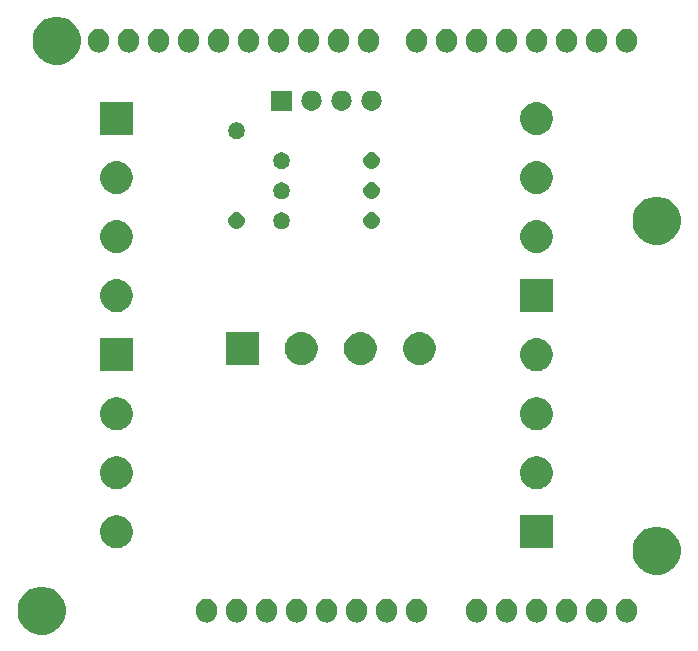
<source format=gbr>
%TF.GenerationSoftware,KiCad,Pcbnew,(5.0.2)-1*%
%TF.CreationDate,2019-01-10T22:37:42-06:00*%
%TF.ProjectId,ArduinoShield,41726475-696e-46f5-9368-69656c642e6b,rev?*%
%TF.SameCoordinates,PX69db1f0PY7882d48*%
%TF.FileFunction,Soldermask,Bot*%
%TF.FilePolarity,Negative*%
%FSLAX46Y46*%
G04 Gerber Fmt 4.6, Leading zero omitted, Abs format (unit mm)*
G04 Created by KiCad (PCBNEW (5.0.2)-1) date 1/10/2019 10:37:42 PM*
%MOMM*%
%LPD*%
G01*
G04 APERTURE LIST*
%ADD10C,0.150000*%
G04 APERTURE END LIST*
D10*
G36*
X14562712Y4493912D02*
X14932510Y4340737D01*
X14932513Y4340735D01*
X15265325Y4118357D01*
X15548357Y3835325D01*
X15732204Y3560178D01*
X15770737Y3502510D01*
X15923912Y3132712D01*
X16002000Y2740136D01*
X16002000Y2339864D01*
X15923912Y1947288D01*
X15770737Y1577490D01*
X15770735Y1577487D01*
X15548357Y1244675D01*
X15265325Y961643D01*
X14932513Y739265D01*
X14932510Y739263D01*
X14562712Y586088D01*
X14170136Y508000D01*
X13769864Y508000D01*
X13377288Y586088D01*
X13007490Y739263D01*
X13007487Y739265D01*
X12674675Y961643D01*
X12391643Y1244675D01*
X12169265Y1577487D01*
X12169263Y1577490D01*
X12016088Y1947288D01*
X11938000Y2339864D01*
X11938000Y2740136D01*
X12016088Y3132712D01*
X12169263Y3502510D01*
X12207796Y3560178D01*
X12391643Y3835325D01*
X12674675Y4118357D01*
X13007487Y4340735D01*
X13007490Y4340737D01*
X13377288Y4493912D01*
X13769864Y4572000D01*
X14170136Y4572000D01*
X14562712Y4493912D01*
X14562712Y4493912D01*
G37*
G36*
X28109294Y3543504D02*
X28229726Y3506971D01*
X28272087Y3494121D01*
X28422112Y3413932D01*
X28553612Y3306012D01*
X28661532Y3174512D01*
X28741721Y3024488D01*
X28754571Y2982127D01*
X28791104Y2861695D01*
X28791104Y2861693D01*
X28803600Y2734821D01*
X28803600Y2345180D01*
X28803076Y2339864D01*
X28791104Y2218306D01*
X28754571Y2097872D01*
X28741721Y2055512D01*
X28661532Y1905488D01*
X28553612Y1773988D01*
X28422112Y1666068D01*
X28272088Y1585879D01*
X28244433Y1577490D01*
X28109295Y1536496D01*
X27996432Y1525380D01*
X27940001Y1519822D01*
X27940000Y1519822D01*
X27770706Y1536496D01*
X27635568Y1577490D01*
X27607913Y1585879D01*
X27457889Y1666068D01*
X27367946Y1739883D01*
X27326388Y1773988D01*
X27218469Y1905488D01*
X27196127Y1947287D01*
X27138279Y2055512D01*
X27125429Y2097873D01*
X27088896Y2218305D01*
X27080565Y2302888D01*
X27076400Y2345179D01*
X27076400Y2734820D01*
X27088896Y2861692D01*
X27088896Y2861694D01*
X27138278Y3024483D01*
X27138279Y3024487D01*
X27218468Y3174512D01*
X27326388Y3306012D01*
X27457888Y3413932D01*
X27607912Y3494121D01*
X27650273Y3506971D01*
X27770705Y3543504D01*
X27883568Y3554620D01*
X27939999Y3560178D01*
X27940000Y3560178D01*
X28109294Y3543504D01*
X28109294Y3543504D01*
G37*
G36*
X50969294Y3543504D02*
X51089726Y3506971D01*
X51132087Y3494121D01*
X51282112Y3413932D01*
X51413612Y3306012D01*
X51521532Y3174512D01*
X51601721Y3024488D01*
X51614571Y2982127D01*
X51651104Y2861695D01*
X51651104Y2861693D01*
X51663600Y2734821D01*
X51663600Y2345180D01*
X51663076Y2339864D01*
X51651104Y2218306D01*
X51614571Y2097872D01*
X51601721Y2055512D01*
X51521532Y1905488D01*
X51413612Y1773988D01*
X51282112Y1666068D01*
X51132088Y1585879D01*
X51104433Y1577490D01*
X50969295Y1536496D01*
X50856432Y1525380D01*
X50800001Y1519822D01*
X50800000Y1519822D01*
X50630706Y1536496D01*
X50495568Y1577490D01*
X50467913Y1585879D01*
X50317889Y1666068D01*
X50227946Y1739883D01*
X50186388Y1773988D01*
X50078469Y1905488D01*
X50056127Y1947287D01*
X49998279Y2055512D01*
X49985429Y2097873D01*
X49948896Y2218305D01*
X49940565Y2302888D01*
X49936400Y2345179D01*
X49936400Y2734820D01*
X49948896Y2861692D01*
X49948896Y2861694D01*
X49998278Y3024483D01*
X49998279Y3024487D01*
X50078468Y3174512D01*
X50186388Y3306012D01*
X50317888Y3413932D01*
X50467912Y3494121D01*
X50510273Y3506971D01*
X50630705Y3543504D01*
X50743568Y3554620D01*
X50799999Y3560178D01*
X50800000Y3560178D01*
X50969294Y3543504D01*
X50969294Y3543504D01*
G37*
G36*
X53509294Y3543504D02*
X53629726Y3506971D01*
X53672087Y3494121D01*
X53822112Y3413932D01*
X53953612Y3306012D01*
X54061532Y3174512D01*
X54141721Y3024488D01*
X54154571Y2982127D01*
X54191104Y2861695D01*
X54191104Y2861693D01*
X54203600Y2734821D01*
X54203600Y2345180D01*
X54203076Y2339864D01*
X54191104Y2218306D01*
X54154571Y2097872D01*
X54141721Y2055512D01*
X54061532Y1905488D01*
X53953612Y1773988D01*
X53822112Y1666068D01*
X53672088Y1585879D01*
X53644433Y1577490D01*
X53509295Y1536496D01*
X53396432Y1525380D01*
X53340001Y1519822D01*
X53340000Y1519822D01*
X53170706Y1536496D01*
X53035568Y1577490D01*
X53007913Y1585879D01*
X52857889Y1666068D01*
X52767946Y1739883D01*
X52726388Y1773988D01*
X52618469Y1905488D01*
X52596127Y1947287D01*
X52538279Y2055512D01*
X52525429Y2097873D01*
X52488896Y2218305D01*
X52480565Y2302888D01*
X52476400Y2345179D01*
X52476400Y2734820D01*
X52488896Y2861692D01*
X52488896Y2861694D01*
X52538278Y3024483D01*
X52538279Y3024487D01*
X52618468Y3174512D01*
X52726388Y3306012D01*
X52857888Y3413932D01*
X53007912Y3494121D01*
X53050273Y3506971D01*
X53170705Y3543504D01*
X53283568Y3554620D01*
X53339999Y3560178D01*
X53340000Y3560178D01*
X53509294Y3543504D01*
X53509294Y3543504D01*
G37*
G36*
X56049294Y3543504D02*
X56169726Y3506971D01*
X56212087Y3494121D01*
X56362112Y3413932D01*
X56493612Y3306012D01*
X56601532Y3174512D01*
X56681721Y3024488D01*
X56694571Y2982127D01*
X56731104Y2861695D01*
X56731104Y2861693D01*
X56743600Y2734821D01*
X56743600Y2345180D01*
X56743076Y2339864D01*
X56731104Y2218306D01*
X56694571Y2097872D01*
X56681721Y2055512D01*
X56601532Y1905488D01*
X56493612Y1773988D01*
X56362112Y1666068D01*
X56212088Y1585879D01*
X56184433Y1577490D01*
X56049295Y1536496D01*
X55936432Y1525380D01*
X55880001Y1519822D01*
X55880000Y1519822D01*
X55710706Y1536496D01*
X55575568Y1577490D01*
X55547913Y1585879D01*
X55397889Y1666068D01*
X55307946Y1739883D01*
X55266388Y1773988D01*
X55158469Y1905488D01*
X55136127Y1947287D01*
X55078279Y2055512D01*
X55065429Y2097873D01*
X55028896Y2218305D01*
X55020565Y2302888D01*
X55016400Y2345179D01*
X55016400Y2734820D01*
X55028896Y2861692D01*
X55028896Y2861694D01*
X55078278Y3024483D01*
X55078279Y3024487D01*
X55158468Y3174512D01*
X55266388Y3306012D01*
X55397888Y3413932D01*
X55547912Y3494121D01*
X55590273Y3506971D01*
X55710705Y3543504D01*
X55823568Y3554620D01*
X55879999Y3560178D01*
X55880000Y3560178D01*
X56049294Y3543504D01*
X56049294Y3543504D01*
G37*
G36*
X58589294Y3543504D02*
X58709726Y3506971D01*
X58752087Y3494121D01*
X58902112Y3413932D01*
X59033612Y3306012D01*
X59141532Y3174512D01*
X59221721Y3024488D01*
X59234571Y2982127D01*
X59271104Y2861695D01*
X59271104Y2861693D01*
X59283600Y2734821D01*
X59283600Y2345180D01*
X59283076Y2339864D01*
X59271104Y2218306D01*
X59234571Y2097872D01*
X59221721Y2055512D01*
X59141532Y1905488D01*
X59033612Y1773988D01*
X58902112Y1666068D01*
X58752088Y1585879D01*
X58724433Y1577490D01*
X58589295Y1536496D01*
X58476432Y1525380D01*
X58420001Y1519822D01*
X58420000Y1519822D01*
X58250706Y1536496D01*
X58115568Y1577490D01*
X58087913Y1585879D01*
X57937889Y1666068D01*
X57847946Y1739883D01*
X57806388Y1773988D01*
X57698469Y1905488D01*
X57676127Y1947287D01*
X57618279Y2055512D01*
X57605429Y2097873D01*
X57568896Y2218305D01*
X57560565Y2302888D01*
X57556400Y2345179D01*
X57556400Y2734820D01*
X57568896Y2861692D01*
X57568896Y2861694D01*
X57618278Y3024483D01*
X57618279Y3024487D01*
X57698468Y3174512D01*
X57806388Y3306012D01*
X57937888Y3413932D01*
X58087912Y3494121D01*
X58130273Y3506971D01*
X58250705Y3543504D01*
X58363568Y3554620D01*
X58419999Y3560178D01*
X58420000Y3560178D01*
X58589294Y3543504D01*
X58589294Y3543504D01*
G37*
G36*
X61129294Y3543504D02*
X61249726Y3506971D01*
X61292087Y3494121D01*
X61442112Y3413932D01*
X61573612Y3306012D01*
X61681532Y3174512D01*
X61761721Y3024488D01*
X61774571Y2982127D01*
X61811104Y2861695D01*
X61811104Y2861693D01*
X61823600Y2734821D01*
X61823600Y2345180D01*
X61823076Y2339864D01*
X61811104Y2218306D01*
X61774571Y2097872D01*
X61761721Y2055512D01*
X61681532Y1905488D01*
X61573612Y1773988D01*
X61442112Y1666068D01*
X61292088Y1585879D01*
X61264433Y1577490D01*
X61129295Y1536496D01*
X61016432Y1525380D01*
X60960001Y1519822D01*
X60960000Y1519822D01*
X60790706Y1536496D01*
X60655568Y1577490D01*
X60627913Y1585879D01*
X60477889Y1666068D01*
X60387946Y1739883D01*
X60346388Y1773988D01*
X60238469Y1905488D01*
X60216127Y1947287D01*
X60158279Y2055512D01*
X60145429Y2097873D01*
X60108896Y2218305D01*
X60100565Y2302888D01*
X60096400Y2345179D01*
X60096400Y2734820D01*
X60108896Y2861692D01*
X60108896Y2861694D01*
X60158278Y3024483D01*
X60158279Y3024487D01*
X60238468Y3174512D01*
X60346388Y3306012D01*
X60477888Y3413932D01*
X60627912Y3494121D01*
X60670273Y3506971D01*
X60790705Y3543504D01*
X60903568Y3554620D01*
X60959999Y3560178D01*
X60960000Y3560178D01*
X61129294Y3543504D01*
X61129294Y3543504D01*
G37*
G36*
X63669294Y3543504D02*
X63789726Y3506971D01*
X63832087Y3494121D01*
X63982112Y3413932D01*
X64113612Y3306012D01*
X64221532Y3174512D01*
X64301721Y3024488D01*
X64314571Y2982127D01*
X64351104Y2861695D01*
X64351104Y2861693D01*
X64363600Y2734821D01*
X64363600Y2345180D01*
X64363076Y2339864D01*
X64351104Y2218306D01*
X64314571Y2097872D01*
X64301721Y2055512D01*
X64221532Y1905488D01*
X64113612Y1773988D01*
X63982112Y1666068D01*
X63832088Y1585879D01*
X63804433Y1577490D01*
X63669295Y1536496D01*
X63556432Y1525380D01*
X63500001Y1519822D01*
X63500000Y1519822D01*
X63330706Y1536496D01*
X63195568Y1577490D01*
X63167913Y1585879D01*
X63017889Y1666068D01*
X62927946Y1739883D01*
X62886388Y1773988D01*
X62778469Y1905488D01*
X62756127Y1947287D01*
X62698279Y2055512D01*
X62685429Y2097873D01*
X62648896Y2218305D01*
X62640565Y2302888D01*
X62636400Y2345179D01*
X62636400Y2734820D01*
X62648896Y2861692D01*
X62648896Y2861694D01*
X62698278Y3024483D01*
X62698279Y3024487D01*
X62778468Y3174512D01*
X62886388Y3306012D01*
X63017888Y3413932D01*
X63167912Y3494121D01*
X63210273Y3506971D01*
X63330705Y3543504D01*
X63443568Y3554620D01*
X63499999Y3560178D01*
X63500000Y3560178D01*
X63669294Y3543504D01*
X63669294Y3543504D01*
G37*
G36*
X43349294Y3543504D02*
X43469726Y3506971D01*
X43512087Y3494121D01*
X43662112Y3413932D01*
X43793612Y3306012D01*
X43901532Y3174512D01*
X43981721Y3024488D01*
X43994571Y2982127D01*
X44031104Y2861695D01*
X44031104Y2861693D01*
X44043600Y2734821D01*
X44043600Y2345180D01*
X44043076Y2339864D01*
X44031104Y2218306D01*
X43994571Y2097872D01*
X43981721Y2055512D01*
X43901532Y1905488D01*
X43793612Y1773988D01*
X43662112Y1666068D01*
X43512088Y1585879D01*
X43484433Y1577490D01*
X43349295Y1536496D01*
X43236432Y1525380D01*
X43180001Y1519822D01*
X43180000Y1519822D01*
X43010706Y1536496D01*
X42875568Y1577490D01*
X42847913Y1585879D01*
X42697889Y1666068D01*
X42607946Y1739883D01*
X42566388Y1773988D01*
X42458469Y1905488D01*
X42436127Y1947287D01*
X42378279Y2055512D01*
X42365429Y2097873D01*
X42328896Y2218305D01*
X42320565Y2302888D01*
X42316400Y2345179D01*
X42316400Y2734820D01*
X42328896Y2861692D01*
X42328896Y2861694D01*
X42378278Y3024483D01*
X42378279Y3024487D01*
X42458468Y3174512D01*
X42566388Y3306012D01*
X42697888Y3413932D01*
X42847912Y3494121D01*
X42890273Y3506971D01*
X43010705Y3543504D01*
X43123568Y3554620D01*
X43179999Y3560178D01*
X43180000Y3560178D01*
X43349294Y3543504D01*
X43349294Y3543504D01*
G37*
G36*
X40809294Y3543504D02*
X40929726Y3506971D01*
X40972087Y3494121D01*
X41122112Y3413932D01*
X41253612Y3306012D01*
X41361532Y3174512D01*
X41441721Y3024488D01*
X41454571Y2982127D01*
X41491104Y2861695D01*
X41491104Y2861693D01*
X41503600Y2734821D01*
X41503600Y2345180D01*
X41503076Y2339864D01*
X41491104Y2218306D01*
X41454571Y2097872D01*
X41441721Y2055512D01*
X41361532Y1905488D01*
X41253612Y1773988D01*
X41122112Y1666068D01*
X40972088Y1585879D01*
X40944433Y1577490D01*
X40809295Y1536496D01*
X40696432Y1525380D01*
X40640001Y1519822D01*
X40640000Y1519822D01*
X40470706Y1536496D01*
X40335568Y1577490D01*
X40307913Y1585879D01*
X40157889Y1666068D01*
X40067946Y1739883D01*
X40026388Y1773988D01*
X39918469Y1905488D01*
X39896127Y1947287D01*
X39838279Y2055512D01*
X39825429Y2097873D01*
X39788896Y2218305D01*
X39780565Y2302888D01*
X39776400Y2345179D01*
X39776400Y2734820D01*
X39788896Y2861692D01*
X39788896Y2861694D01*
X39838278Y3024483D01*
X39838279Y3024487D01*
X39918468Y3174512D01*
X40026388Y3306012D01*
X40157888Y3413932D01*
X40307912Y3494121D01*
X40350273Y3506971D01*
X40470705Y3543504D01*
X40583568Y3554620D01*
X40639999Y3560178D01*
X40640000Y3560178D01*
X40809294Y3543504D01*
X40809294Y3543504D01*
G37*
G36*
X38269294Y3543504D02*
X38389726Y3506971D01*
X38432087Y3494121D01*
X38582112Y3413932D01*
X38713612Y3306012D01*
X38821532Y3174512D01*
X38901721Y3024488D01*
X38914571Y2982127D01*
X38951104Y2861695D01*
X38951104Y2861693D01*
X38963600Y2734821D01*
X38963600Y2345180D01*
X38963076Y2339864D01*
X38951104Y2218306D01*
X38914571Y2097872D01*
X38901721Y2055512D01*
X38821532Y1905488D01*
X38713612Y1773988D01*
X38582112Y1666068D01*
X38432088Y1585879D01*
X38404433Y1577490D01*
X38269295Y1536496D01*
X38156432Y1525380D01*
X38100001Y1519822D01*
X38100000Y1519822D01*
X37930706Y1536496D01*
X37795568Y1577490D01*
X37767913Y1585879D01*
X37617889Y1666068D01*
X37527946Y1739883D01*
X37486388Y1773988D01*
X37378469Y1905488D01*
X37356127Y1947287D01*
X37298279Y2055512D01*
X37285429Y2097873D01*
X37248896Y2218305D01*
X37240565Y2302888D01*
X37236400Y2345179D01*
X37236400Y2734820D01*
X37248896Y2861692D01*
X37248896Y2861694D01*
X37298278Y3024483D01*
X37298279Y3024487D01*
X37378468Y3174512D01*
X37486388Y3306012D01*
X37617888Y3413932D01*
X37767912Y3494121D01*
X37810273Y3506971D01*
X37930705Y3543504D01*
X38043568Y3554620D01*
X38099999Y3560178D01*
X38100000Y3560178D01*
X38269294Y3543504D01*
X38269294Y3543504D01*
G37*
G36*
X35729294Y3543504D02*
X35849726Y3506971D01*
X35892087Y3494121D01*
X36042112Y3413932D01*
X36173612Y3306012D01*
X36281532Y3174512D01*
X36361721Y3024488D01*
X36374571Y2982127D01*
X36411104Y2861695D01*
X36411104Y2861693D01*
X36423600Y2734821D01*
X36423600Y2345180D01*
X36423076Y2339864D01*
X36411104Y2218306D01*
X36374571Y2097872D01*
X36361721Y2055512D01*
X36281532Y1905488D01*
X36173612Y1773988D01*
X36042112Y1666068D01*
X35892088Y1585879D01*
X35864433Y1577490D01*
X35729295Y1536496D01*
X35616432Y1525380D01*
X35560001Y1519822D01*
X35560000Y1519822D01*
X35390706Y1536496D01*
X35255568Y1577490D01*
X35227913Y1585879D01*
X35077889Y1666068D01*
X34987946Y1739883D01*
X34946388Y1773988D01*
X34838469Y1905488D01*
X34816127Y1947287D01*
X34758279Y2055512D01*
X34745429Y2097873D01*
X34708896Y2218305D01*
X34700565Y2302888D01*
X34696400Y2345179D01*
X34696400Y2734820D01*
X34708896Y2861692D01*
X34708896Y2861694D01*
X34758278Y3024483D01*
X34758279Y3024487D01*
X34838468Y3174512D01*
X34946388Y3306012D01*
X35077888Y3413932D01*
X35227912Y3494121D01*
X35270273Y3506971D01*
X35390705Y3543504D01*
X35503568Y3554620D01*
X35559999Y3560178D01*
X35560000Y3560178D01*
X35729294Y3543504D01*
X35729294Y3543504D01*
G37*
G36*
X33189294Y3543504D02*
X33309726Y3506971D01*
X33352087Y3494121D01*
X33502112Y3413932D01*
X33633612Y3306012D01*
X33741532Y3174512D01*
X33821721Y3024488D01*
X33834571Y2982127D01*
X33871104Y2861695D01*
X33871104Y2861693D01*
X33883600Y2734821D01*
X33883600Y2345180D01*
X33883076Y2339864D01*
X33871104Y2218306D01*
X33834571Y2097872D01*
X33821721Y2055512D01*
X33741532Y1905488D01*
X33633612Y1773988D01*
X33502112Y1666068D01*
X33352088Y1585879D01*
X33324433Y1577490D01*
X33189295Y1536496D01*
X33076432Y1525380D01*
X33020001Y1519822D01*
X33020000Y1519822D01*
X32850706Y1536496D01*
X32715568Y1577490D01*
X32687913Y1585879D01*
X32537889Y1666068D01*
X32447946Y1739883D01*
X32406388Y1773988D01*
X32298469Y1905488D01*
X32276127Y1947287D01*
X32218279Y2055512D01*
X32205429Y2097873D01*
X32168896Y2218305D01*
X32160565Y2302888D01*
X32156400Y2345179D01*
X32156400Y2734820D01*
X32168896Y2861692D01*
X32168896Y2861694D01*
X32218278Y3024483D01*
X32218279Y3024487D01*
X32298468Y3174512D01*
X32406388Y3306012D01*
X32537888Y3413932D01*
X32687912Y3494121D01*
X32730273Y3506971D01*
X32850705Y3543504D01*
X32963568Y3554620D01*
X33019999Y3560178D01*
X33020000Y3560178D01*
X33189294Y3543504D01*
X33189294Y3543504D01*
G37*
G36*
X30649294Y3543504D02*
X30769726Y3506971D01*
X30812087Y3494121D01*
X30962112Y3413932D01*
X31093612Y3306012D01*
X31201532Y3174512D01*
X31281721Y3024488D01*
X31294571Y2982127D01*
X31331104Y2861695D01*
X31331104Y2861693D01*
X31343600Y2734821D01*
X31343600Y2345180D01*
X31343076Y2339864D01*
X31331104Y2218306D01*
X31294571Y2097872D01*
X31281721Y2055512D01*
X31201532Y1905488D01*
X31093612Y1773988D01*
X30962112Y1666068D01*
X30812088Y1585879D01*
X30784433Y1577490D01*
X30649295Y1536496D01*
X30536432Y1525380D01*
X30480001Y1519822D01*
X30480000Y1519822D01*
X30310706Y1536496D01*
X30175568Y1577490D01*
X30147913Y1585879D01*
X29997889Y1666068D01*
X29907946Y1739883D01*
X29866388Y1773988D01*
X29758469Y1905488D01*
X29736127Y1947287D01*
X29678279Y2055512D01*
X29665429Y2097873D01*
X29628896Y2218305D01*
X29620565Y2302888D01*
X29616400Y2345179D01*
X29616400Y2734820D01*
X29628896Y2861692D01*
X29628896Y2861694D01*
X29678278Y3024483D01*
X29678279Y3024487D01*
X29758468Y3174512D01*
X29866388Y3306012D01*
X29997888Y3413932D01*
X30147912Y3494121D01*
X30190273Y3506971D01*
X30310705Y3543504D01*
X30423568Y3554620D01*
X30479999Y3560178D01*
X30480000Y3560178D01*
X30649294Y3543504D01*
X30649294Y3543504D01*
G37*
G36*
X45889294Y3543504D02*
X46009726Y3506971D01*
X46052087Y3494121D01*
X46202112Y3413932D01*
X46333612Y3306012D01*
X46441532Y3174512D01*
X46521721Y3024488D01*
X46534571Y2982127D01*
X46571104Y2861695D01*
X46571104Y2861693D01*
X46583600Y2734821D01*
X46583600Y2345180D01*
X46583076Y2339864D01*
X46571104Y2218306D01*
X46534571Y2097872D01*
X46521721Y2055512D01*
X46441532Y1905488D01*
X46333612Y1773988D01*
X46202112Y1666068D01*
X46052088Y1585879D01*
X46024433Y1577490D01*
X45889295Y1536496D01*
X45776432Y1525380D01*
X45720001Y1519822D01*
X45720000Y1519822D01*
X45550706Y1536496D01*
X45415568Y1577490D01*
X45387913Y1585879D01*
X45237889Y1666068D01*
X45147946Y1739883D01*
X45106388Y1773988D01*
X44998469Y1905488D01*
X44976127Y1947287D01*
X44918279Y2055512D01*
X44905429Y2097873D01*
X44868896Y2218305D01*
X44860565Y2302888D01*
X44856400Y2345179D01*
X44856400Y2734820D01*
X44868896Y2861692D01*
X44868896Y2861694D01*
X44918278Y3024483D01*
X44918279Y3024487D01*
X44998468Y3174512D01*
X45106388Y3306012D01*
X45237888Y3413932D01*
X45387912Y3494121D01*
X45430273Y3506971D01*
X45550705Y3543504D01*
X45663568Y3554620D01*
X45719999Y3560178D01*
X45720000Y3560178D01*
X45889294Y3543504D01*
X45889294Y3543504D01*
G37*
G36*
X66632712Y9573912D02*
X67002510Y9420737D01*
X67002513Y9420735D01*
X67335325Y9198357D01*
X67618357Y8915325D01*
X67694322Y8801635D01*
X67840737Y8582510D01*
X67993912Y8212712D01*
X68072000Y7820136D01*
X68072000Y7419864D01*
X67993912Y7027288D01*
X67840737Y6657490D01*
X67840735Y6657487D01*
X67618357Y6324675D01*
X67335325Y6041643D01*
X67002513Y5819265D01*
X67002510Y5819263D01*
X66632712Y5666088D01*
X66240136Y5588000D01*
X65839864Y5588000D01*
X65447288Y5666088D01*
X65077490Y5819263D01*
X65077487Y5819265D01*
X64744675Y6041643D01*
X64461643Y6324675D01*
X64239265Y6657487D01*
X64239263Y6657490D01*
X64086088Y7027288D01*
X64008000Y7419864D01*
X64008000Y7820136D01*
X64086088Y8212712D01*
X64239263Y8582510D01*
X64385678Y8801635D01*
X64461643Y8915325D01*
X64744675Y9198357D01*
X65077487Y9420735D01*
X65077490Y9420737D01*
X65447288Y9573912D01*
X65839864Y9652000D01*
X66240136Y9652000D01*
X66632712Y9573912D01*
X66632712Y9573912D01*
G37*
G36*
X20593127Y10583099D02*
X20728365Y10556199D01*
X20983149Y10450664D01*
X21209397Y10299489D01*
X21212451Y10297449D01*
X21407449Y10102451D01*
X21560665Y9873147D01*
X21666199Y9618364D01*
X21720000Y9347889D01*
X21720000Y9072111D01*
X21666199Y8801636D01*
X21560665Y8546853D01*
X21407449Y8317549D01*
X21212451Y8122551D01*
X21212448Y8122549D01*
X20983149Y7969336D01*
X20728365Y7863801D01*
X20593126Y7836900D01*
X20457889Y7810000D01*
X20182111Y7810000D01*
X20046874Y7836900D01*
X19911635Y7863801D01*
X19656851Y7969336D01*
X19427552Y8122549D01*
X19427549Y8122551D01*
X19232551Y8317549D01*
X19079335Y8546853D01*
X18973801Y8801636D01*
X18920000Y9072111D01*
X18920000Y9347889D01*
X18973801Y9618364D01*
X19079335Y9873147D01*
X19232551Y10102451D01*
X19427549Y10297449D01*
X19430603Y10299489D01*
X19656851Y10450664D01*
X19911635Y10556199D01*
X20046873Y10583099D01*
X20182111Y10610000D01*
X20457889Y10610000D01*
X20593127Y10583099D01*
X20593127Y10583099D01*
G37*
G36*
X57280000Y7810000D02*
X54480000Y7810000D01*
X54480000Y10610000D01*
X57280000Y10610000D01*
X57280000Y7810000D01*
X57280000Y7810000D01*
G37*
G36*
X20593126Y15583100D02*
X20728365Y15556199D01*
X20983149Y15450664D01*
X21209397Y15299489D01*
X21212451Y15297449D01*
X21407449Y15102451D01*
X21560665Y14873147D01*
X21666199Y14618364D01*
X21720000Y14347889D01*
X21720000Y14072111D01*
X21666199Y13801636D01*
X21560665Y13546853D01*
X21407449Y13317549D01*
X21212451Y13122551D01*
X21212448Y13122549D01*
X20983149Y12969336D01*
X20728365Y12863801D01*
X20593126Y12836900D01*
X20457889Y12810000D01*
X20182111Y12810000D01*
X20046874Y12836900D01*
X19911635Y12863801D01*
X19656851Y12969336D01*
X19427552Y13122549D01*
X19427549Y13122551D01*
X19232551Y13317549D01*
X19079335Y13546853D01*
X18973801Y13801636D01*
X18920000Y14072111D01*
X18920000Y14347889D01*
X18973801Y14618364D01*
X19079335Y14873147D01*
X19232551Y15102451D01*
X19427549Y15297449D01*
X19430603Y15299489D01*
X19656851Y15450664D01*
X19911635Y15556199D01*
X20046874Y15583100D01*
X20182111Y15610000D01*
X20457889Y15610000D01*
X20593126Y15583100D01*
X20593126Y15583100D01*
G37*
G36*
X56153126Y15583100D02*
X56288365Y15556199D01*
X56543149Y15450664D01*
X56769397Y15299489D01*
X56772451Y15297449D01*
X56967449Y15102451D01*
X57120665Y14873147D01*
X57226199Y14618364D01*
X57280000Y14347889D01*
X57280000Y14072111D01*
X57226199Y13801636D01*
X57120665Y13546853D01*
X56967449Y13317549D01*
X56772451Y13122551D01*
X56772448Y13122549D01*
X56543149Y12969336D01*
X56288365Y12863801D01*
X56153126Y12836900D01*
X56017889Y12810000D01*
X55742111Y12810000D01*
X55606874Y12836900D01*
X55471635Y12863801D01*
X55216851Y12969336D01*
X54987552Y13122549D01*
X54987549Y13122551D01*
X54792551Y13317549D01*
X54639335Y13546853D01*
X54533801Y13801636D01*
X54480000Y14072111D01*
X54480000Y14347889D01*
X54533801Y14618364D01*
X54639335Y14873147D01*
X54792551Y15102451D01*
X54987549Y15297449D01*
X54990603Y15299489D01*
X55216851Y15450664D01*
X55471635Y15556199D01*
X55606874Y15583100D01*
X55742111Y15610000D01*
X56017889Y15610000D01*
X56153126Y15583100D01*
X56153126Y15583100D01*
G37*
G36*
X20593127Y20583099D02*
X20728365Y20556199D01*
X20983149Y20450664D01*
X21209397Y20299489D01*
X21212451Y20297449D01*
X21407449Y20102451D01*
X21560665Y19873147D01*
X21666199Y19618364D01*
X21720000Y19347889D01*
X21720000Y19072111D01*
X21666199Y18801636D01*
X21560665Y18546853D01*
X21407449Y18317549D01*
X21212451Y18122551D01*
X21212448Y18122549D01*
X20983149Y17969336D01*
X20728365Y17863801D01*
X20593127Y17836901D01*
X20457889Y17810000D01*
X20182111Y17810000D01*
X20046873Y17836901D01*
X19911635Y17863801D01*
X19656851Y17969336D01*
X19427552Y18122549D01*
X19427549Y18122551D01*
X19232551Y18317549D01*
X19079335Y18546853D01*
X18973801Y18801636D01*
X18920000Y19072111D01*
X18920000Y19347889D01*
X18973801Y19618364D01*
X19079335Y19873147D01*
X19232551Y20102451D01*
X19427549Y20297449D01*
X19430603Y20299489D01*
X19656851Y20450664D01*
X19911635Y20556199D01*
X20046874Y20583100D01*
X20182111Y20610000D01*
X20457889Y20610000D01*
X20593127Y20583099D01*
X20593127Y20583099D01*
G37*
G36*
X56153127Y20583099D02*
X56288365Y20556199D01*
X56543149Y20450664D01*
X56769397Y20299489D01*
X56772451Y20297449D01*
X56967449Y20102451D01*
X57120665Y19873147D01*
X57226199Y19618364D01*
X57280000Y19347889D01*
X57280000Y19072111D01*
X57226199Y18801636D01*
X57120665Y18546853D01*
X56967449Y18317549D01*
X56772451Y18122551D01*
X56772448Y18122549D01*
X56543149Y17969336D01*
X56288365Y17863801D01*
X56153127Y17836901D01*
X56017889Y17810000D01*
X55742111Y17810000D01*
X55606873Y17836901D01*
X55471635Y17863801D01*
X55216851Y17969336D01*
X54987552Y18122549D01*
X54987549Y18122551D01*
X54792551Y18317549D01*
X54639335Y18546853D01*
X54533801Y18801636D01*
X54480000Y19072111D01*
X54480000Y19347889D01*
X54533801Y19618364D01*
X54639335Y19873147D01*
X54792551Y20102451D01*
X54987549Y20297449D01*
X54990603Y20299489D01*
X55216851Y20450664D01*
X55471635Y20556199D01*
X55606874Y20583100D01*
X55742111Y20610000D01*
X56017889Y20610000D01*
X56153127Y20583099D01*
X56153127Y20583099D01*
G37*
G36*
X56153126Y25583100D02*
X56288365Y25556199D01*
X56543149Y25450664D01*
X56769397Y25299489D01*
X56772451Y25297449D01*
X56967449Y25102451D01*
X56967451Y25102448D01*
X57120664Y24873149D01*
X57226199Y24618365D01*
X57280000Y24347888D01*
X57280000Y24072112D01*
X57232349Y23832551D01*
X57226199Y23801636D01*
X57120665Y23546853D01*
X56967449Y23317549D01*
X56772451Y23122551D01*
X56772448Y23122549D01*
X56543149Y22969336D01*
X56288365Y22863801D01*
X56153126Y22836900D01*
X56017889Y22810000D01*
X55742111Y22810000D01*
X55606873Y22836901D01*
X55471635Y22863801D01*
X55216851Y22969336D01*
X54987552Y23122549D01*
X54987549Y23122551D01*
X54792551Y23317549D01*
X54639335Y23546853D01*
X54533801Y23801636D01*
X54527652Y23832551D01*
X54480000Y24072112D01*
X54480000Y24347888D01*
X54533801Y24618365D01*
X54639336Y24873149D01*
X54792549Y25102448D01*
X54792551Y25102451D01*
X54987549Y25297449D01*
X54990603Y25299489D01*
X55216851Y25450664D01*
X55471635Y25556199D01*
X55606873Y25583099D01*
X55742111Y25610000D01*
X56017889Y25610000D01*
X56153126Y25583100D01*
X56153126Y25583100D01*
G37*
G36*
X21720000Y22810000D02*
X18920000Y22810000D01*
X18920000Y25610000D01*
X21720000Y25610000D01*
X21720000Y22810000D01*
X21720000Y22810000D01*
G37*
G36*
X41238127Y26098099D02*
X41373366Y26071198D01*
X41628150Y25965663D01*
X41854398Y25814488D01*
X41857452Y25812448D01*
X42052450Y25617450D01*
X42052452Y25617447D01*
X42205665Y25388148D01*
X42311200Y25133364D01*
X42338100Y24998126D01*
X42365001Y24862888D01*
X42365001Y24587110D01*
X42311200Y24316635D01*
X42205666Y24061852D01*
X42052450Y23832548D01*
X41857452Y23637550D01*
X41857449Y23637548D01*
X41628150Y23484335D01*
X41373366Y23378800D01*
X41238127Y23351899D01*
X41102890Y23324999D01*
X40827112Y23324999D01*
X40691875Y23351899D01*
X40556636Y23378800D01*
X40301852Y23484335D01*
X40072553Y23637548D01*
X40072550Y23637550D01*
X39877552Y23832548D01*
X39724336Y24061852D01*
X39618802Y24316635D01*
X39565001Y24587110D01*
X39565001Y24862888D01*
X39591901Y24998125D01*
X39618802Y25133364D01*
X39724337Y25388148D01*
X39877550Y25617447D01*
X39877552Y25617450D01*
X40072550Y25812448D01*
X40075604Y25814488D01*
X40301852Y25965663D01*
X40556636Y26071198D01*
X40691875Y26098099D01*
X40827112Y26124999D01*
X41102890Y26124999D01*
X41238127Y26098099D01*
X41238127Y26098099D01*
G37*
G36*
X36238127Y26098099D02*
X36373366Y26071198D01*
X36628150Y25965663D01*
X36854398Y25814488D01*
X36857452Y25812448D01*
X37052450Y25617450D01*
X37052452Y25617447D01*
X37205665Y25388148D01*
X37311200Y25133364D01*
X37338100Y24998126D01*
X37365001Y24862888D01*
X37365001Y24587110D01*
X37311200Y24316635D01*
X37205666Y24061852D01*
X37052450Y23832548D01*
X36857452Y23637550D01*
X36857449Y23637548D01*
X36628150Y23484335D01*
X36373366Y23378800D01*
X36238127Y23351899D01*
X36102890Y23324999D01*
X35827112Y23324999D01*
X35691875Y23351899D01*
X35556636Y23378800D01*
X35301852Y23484335D01*
X35072553Y23637548D01*
X35072550Y23637550D01*
X34877552Y23832548D01*
X34724336Y24061852D01*
X34618802Y24316635D01*
X34565001Y24587110D01*
X34565001Y24862888D01*
X34591901Y24998125D01*
X34618802Y25133364D01*
X34724337Y25388148D01*
X34877550Y25617447D01*
X34877552Y25617450D01*
X35072550Y25812448D01*
X35075604Y25814488D01*
X35301852Y25965663D01*
X35556636Y26071198D01*
X35691875Y26098099D01*
X35827112Y26124999D01*
X36102890Y26124999D01*
X36238127Y26098099D01*
X36238127Y26098099D01*
G37*
G36*
X32365001Y23324999D02*
X29565001Y23324999D01*
X29565001Y26124999D01*
X32365001Y26124999D01*
X32365001Y23324999D01*
X32365001Y23324999D01*
G37*
G36*
X46238127Y26098099D02*
X46373366Y26071198D01*
X46628150Y25965663D01*
X46854398Y25814488D01*
X46857452Y25812448D01*
X47052450Y25617450D01*
X47052452Y25617447D01*
X47205665Y25388148D01*
X47311200Y25133364D01*
X47338101Y24998125D01*
X47365001Y24862888D01*
X47365001Y24587110D01*
X47311200Y24316635D01*
X47205666Y24061852D01*
X47052450Y23832548D01*
X46857452Y23637550D01*
X46857449Y23637548D01*
X46628150Y23484335D01*
X46373366Y23378800D01*
X46238127Y23351899D01*
X46102890Y23324999D01*
X45827112Y23324999D01*
X45691875Y23351899D01*
X45556636Y23378800D01*
X45301852Y23484335D01*
X45072553Y23637548D01*
X45072550Y23637550D01*
X44877552Y23832548D01*
X44724336Y24061852D01*
X44618802Y24316635D01*
X44565001Y24587110D01*
X44565001Y24862888D01*
X44591901Y24998125D01*
X44618802Y25133364D01*
X44724337Y25388148D01*
X44877550Y25617447D01*
X44877552Y25617450D01*
X45072550Y25812448D01*
X45075604Y25814488D01*
X45301852Y25965663D01*
X45556636Y26071198D01*
X45691875Y26098099D01*
X45827112Y26124999D01*
X46102890Y26124999D01*
X46238127Y26098099D01*
X46238127Y26098099D01*
G37*
G36*
X20593126Y30583100D02*
X20728365Y30556199D01*
X20983149Y30450664D01*
X21209397Y30299489D01*
X21212451Y30297449D01*
X21407449Y30102451D01*
X21560665Y29873147D01*
X21666199Y29618364D01*
X21720000Y29347889D01*
X21720000Y29072111D01*
X21666199Y28801636D01*
X21560665Y28546853D01*
X21407449Y28317549D01*
X21212451Y28122551D01*
X21212448Y28122549D01*
X20983149Y27969336D01*
X20728365Y27863801D01*
X20593127Y27836901D01*
X20457889Y27810000D01*
X20182111Y27810000D01*
X20046873Y27836901D01*
X19911635Y27863801D01*
X19656851Y27969336D01*
X19427552Y28122549D01*
X19427549Y28122551D01*
X19232551Y28317549D01*
X19079335Y28546853D01*
X18973801Y28801636D01*
X18920000Y29072111D01*
X18920000Y29347889D01*
X18973801Y29618364D01*
X19079335Y29873147D01*
X19232551Y30102451D01*
X19427549Y30297449D01*
X19430603Y30299489D01*
X19656851Y30450664D01*
X19911635Y30556199D01*
X20046874Y30583100D01*
X20182111Y30610000D01*
X20457889Y30610000D01*
X20593126Y30583100D01*
X20593126Y30583100D01*
G37*
G36*
X57280000Y27810000D02*
X54480000Y27810000D01*
X54480000Y30610000D01*
X57280000Y30610000D01*
X57280000Y27810000D01*
X57280000Y27810000D01*
G37*
G36*
X56153126Y35583100D02*
X56288365Y35556199D01*
X56543149Y35450664D01*
X56685096Y35355818D01*
X56772451Y35297449D01*
X56967449Y35102451D01*
X56967451Y35102448D01*
X57052506Y34975155D01*
X57120665Y34873147D01*
X57151575Y34798523D01*
X57226199Y34618365D01*
X57280000Y34347888D01*
X57280000Y34072112D01*
X57226199Y33801635D01*
X57208648Y33759263D01*
X57120665Y33546853D01*
X56967449Y33317549D01*
X56772451Y33122551D01*
X56772448Y33122549D01*
X56543149Y32969336D01*
X56288365Y32863801D01*
X56153126Y32836900D01*
X56017889Y32810000D01*
X55742111Y32810000D01*
X55606874Y32836900D01*
X55471635Y32863801D01*
X55216851Y32969336D01*
X54987552Y33122549D01*
X54987549Y33122551D01*
X54792551Y33317549D01*
X54639335Y33546853D01*
X54551352Y33759263D01*
X54533801Y33801635D01*
X54480000Y34072112D01*
X54480000Y34347888D01*
X54533801Y34618365D01*
X54608425Y34798523D01*
X54639335Y34873147D01*
X54707495Y34975155D01*
X54792549Y35102448D01*
X54792551Y35102451D01*
X54987549Y35297449D01*
X55074904Y35355818D01*
X55216851Y35450664D01*
X55471635Y35556199D01*
X55606873Y35583099D01*
X55742111Y35610000D01*
X56017889Y35610000D01*
X56153126Y35583100D01*
X56153126Y35583100D01*
G37*
G36*
X20593126Y35583100D02*
X20728365Y35556199D01*
X20983149Y35450664D01*
X21125096Y35355818D01*
X21212451Y35297449D01*
X21407449Y35102451D01*
X21407451Y35102448D01*
X21492506Y34975155D01*
X21560665Y34873147D01*
X21591575Y34798523D01*
X21666199Y34618365D01*
X21720000Y34347888D01*
X21720000Y34072112D01*
X21666199Y33801635D01*
X21648648Y33759263D01*
X21560665Y33546853D01*
X21407449Y33317549D01*
X21212451Y33122551D01*
X21212448Y33122549D01*
X20983149Y32969336D01*
X20728365Y32863801D01*
X20593126Y32836900D01*
X20457889Y32810000D01*
X20182111Y32810000D01*
X20046874Y32836900D01*
X19911635Y32863801D01*
X19656851Y32969336D01*
X19427552Y33122549D01*
X19427549Y33122551D01*
X19232551Y33317549D01*
X19079335Y33546853D01*
X18991352Y33759263D01*
X18973801Y33801635D01*
X18920000Y34072112D01*
X18920000Y34347888D01*
X18973801Y34618365D01*
X19048425Y34798523D01*
X19079335Y34873147D01*
X19147495Y34975155D01*
X19232549Y35102448D01*
X19232551Y35102451D01*
X19427549Y35297449D01*
X19514904Y35355818D01*
X19656851Y35450664D01*
X19911635Y35556199D01*
X20046873Y35583099D01*
X20182111Y35610000D01*
X20457889Y35610000D01*
X20593126Y35583100D01*
X20593126Y35583100D01*
G37*
G36*
X66632712Y37513912D02*
X67002510Y37360737D01*
X67002513Y37360735D01*
X67335325Y37138357D01*
X67618357Y36855325D01*
X67840735Y36522513D01*
X67840737Y36522510D01*
X67993912Y36152712D01*
X68072000Y35760136D01*
X68072000Y35359864D01*
X67993912Y34967288D01*
X67840737Y34597490D01*
X67840735Y34597487D01*
X67618357Y34264675D01*
X67335325Y33981643D01*
X67065924Y33801635D01*
X67002510Y33759263D01*
X66632712Y33606088D01*
X66240136Y33528000D01*
X65839864Y33528000D01*
X65447288Y33606088D01*
X65077490Y33759263D01*
X65014076Y33801635D01*
X64744675Y33981643D01*
X64461643Y34264675D01*
X64239265Y34597487D01*
X64239263Y34597490D01*
X64086088Y34967288D01*
X64008000Y35359864D01*
X64008000Y35760136D01*
X64086088Y36152712D01*
X64239263Y36522510D01*
X64239265Y36522513D01*
X64461643Y36855325D01*
X64744675Y37138357D01*
X65077487Y37360735D01*
X65077490Y37360737D01*
X65447288Y37513912D01*
X65839864Y37592000D01*
X66240136Y37592000D01*
X66632712Y37513912D01*
X66632712Y37513912D01*
G37*
G36*
X34494183Y36233100D02*
X34621574Y36180332D01*
X34674685Y36144845D01*
X34736225Y36103725D01*
X34833725Y36006225D01*
X34910332Y35891574D01*
X34963100Y35764183D01*
X34990000Y35628945D01*
X34990000Y35491055D01*
X34963100Y35355817D01*
X34910332Y35228426D01*
X34833726Y35113776D01*
X34736224Y35016274D01*
X34662909Y34967287D01*
X34621574Y34939668D01*
X34494183Y34886900D01*
X34358945Y34860000D01*
X34221055Y34860000D01*
X34085817Y34886900D01*
X33958426Y34939668D01*
X33917091Y34967287D01*
X33843776Y35016274D01*
X33746274Y35113776D01*
X33669668Y35228426D01*
X33616900Y35355817D01*
X33590000Y35491055D01*
X33590000Y35628945D01*
X33616900Y35764183D01*
X33669668Y35891574D01*
X33746275Y36006225D01*
X33843775Y36103725D01*
X33905316Y36144845D01*
X33958426Y36180332D01*
X34085817Y36233100D01*
X34221055Y36260000D01*
X34358945Y36260000D01*
X34494183Y36233100D01*
X34494183Y36233100D01*
G37*
G36*
X42047224Y36249872D02*
X42179175Y36209845D01*
X42300781Y36144845D01*
X42407370Y36057370D01*
X42494845Y35950781D01*
X42559845Y35829175D01*
X42599872Y35697224D01*
X42613387Y35560000D01*
X42599872Y35422776D01*
X42559845Y35290825D01*
X42494845Y35169219D01*
X42407370Y35062630D01*
X42300781Y34975155D01*
X42179175Y34910155D01*
X42047224Y34870128D01*
X41944390Y34860000D01*
X41875610Y34860000D01*
X41772776Y34870128D01*
X41640825Y34910155D01*
X41519219Y34975155D01*
X41412630Y35062630D01*
X41325155Y35169219D01*
X41260155Y35290825D01*
X41220128Y35422776D01*
X41206613Y35560000D01*
X41220128Y35697224D01*
X41260155Y35829175D01*
X41325155Y35950781D01*
X41412630Y36057370D01*
X41519219Y36144845D01*
X41640825Y36209845D01*
X41772776Y36249872D01*
X41875610Y36260000D01*
X41944390Y36260000D01*
X42047224Y36249872D01*
X42047224Y36249872D01*
G37*
G36*
X30617224Y36249872D02*
X30749175Y36209845D01*
X30870781Y36144845D01*
X30977370Y36057370D01*
X31064845Y35950781D01*
X31129845Y35829175D01*
X31169872Y35697224D01*
X31183387Y35560000D01*
X31169872Y35422776D01*
X31129845Y35290825D01*
X31064845Y35169219D01*
X30977370Y35062630D01*
X30870781Y34975155D01*
X30749175Y34910155D01*
X30617224Y34870128D01*
X30514390Y34860000D01*
X30445610Y34860000D01*
X30342776Y34870128D01*
X30210825Y34910155D01*
X30089219Y34975155D01*
X29982630Y35062630D01*
X29895155Y35169219D01*
X29830155Y35290825D01*
X29790128Y35422776D01*
X29776613Y35560000D01*
X29790128Y35697224D01*
X29830155Y35829175D01*
X29895155Y35950781D01*
X29982630Y36057370D01*
X30089219Y36144845D01*
X30210825Y36209845D01*
X30342776Y36249872D01*
X30445610Y36260000D01*
X30514390Y36260000D01*
X30617224Y36249872D01*
X30617224Y36249872D01*
G37*
G36*
X34494183Y38773100D02*
X34621574Y38720332D01*
X34674685Y38684845D01*
X34736225Y38643725D01*
X34833725Y38546225D01*
X34910332Y38431574D01*
X34963100Y38304183D01*
X34990000Y38168945D01*
X34990000Y38031055D01*
X34963100Y37895817D01*
X34910332Y37768426D01*
X34833726Y37653776D01*
X34736224Y37556274D01*
X34672824Y37513912D01*
X34621574Y37479668D01*
X34494183Y37426900D01*
X34358945Y37400000D01*
X34221055Y37400000D01*
X34085817Y37426900D01*
X33958426Y37479668D01*
X33907176Y37513912D01*
X33843776Y37556274D01*
X33746274Y37653776D01*
X33669668Y37768426D01*
X33616900Y37895817D01*
X33590000Y38031055D01*
X33590000Y38168945D01*
X33616900Y38304183D01*
X33669668Y38431574D01*
X33746275Y38546225D01*
X33843775Y38643725D01*
X33905316Y38684845D01*
X33958426Y38720332D01*
X34085817Y38773100D01*
X34221055Y38800000D01*
X34358945Y38800000D01*
X34494183Y38773100D01*
X34494183Y38773100D01*
G37*
G36*
X42047224Y38789872D02*
X42179175Y38749845D01*
X42300781Y38684845D01*
X42407370Y38597370D01*
X42494845Y38490781D01*
X42559845Y38369175D01*
X42599872Y38237224D01*
X42613387Y38100000D01*
X42599872Y37962776D01*
X42559845Y37830825D01*
X42494845Y37709219D01*
X42407370Y37602630D01*
X42300781Y37515155D01*
X42179175Y37450155D01*
X42047224Y37410128D01*
X41944390Y37400000D01*
X41875610Y37400000D01*
X41772776Y37410128D01*
X41640825Y37450155D01*
X41519219Y37515155D01*
X41412630Y37602630D01*
X41325155Y37709219D01*
X41260155Y37830825D01*
X41220128Y37962776D01*
X41206613Y38100000D01*
X41220128Y38237224D01*
X41260155Y38369175D01*
X41325155Y38490781D01*
X41412630Y38597370D01*
X41519219Y38684845D01*
X41640825Y38749845D01*
X41772776Y38789872D01*
X41875610Y38800000D01*
X41944390Y38800000D01*
X42047224Y38789872D01*
X42047224Y38789872D01*
G37*
G36*
X56153127Y40583099D02*
X56288365Y40556199D01*
X56543149Y40450664D01*
X56565369Y40435817D01*
X56772451Y40297449D01*
X56967449Y40102451D01*
X56967451Y40102448D01*
X57120664Y39873149D01*
X57226199Y39618365D01*
X57280000Y39347888D01*
X57280000Y39072112D01*
X57226199Y38801635D01*
X57120664Y38546851D01*
X57120245Y38546224D01*
X56967449Y38317549D01*
X56772451Y38122551D01*
X56772448Y38122549D01*
X56543149Y37969336D01*
X56288365Y37863801D01*
X56153127Y37836901D01*
X56017889Y37810000D01*
X55742111Y37810000D01*
X55606874Y37836900D01*
X55471635Y37863801D01*
X55216851Y37969336D01*
X54987552Y38122549D01*
X54987549Y38122551D01*
X54792551Y38317549D01*
X54639755Y38546224D01*
X54639336Y38546851D01*
X54533801Y38801635D01*
X54480000Y39072112D01*
X54480000Y39347888D01*
X54533801Y39618365D01*
X54639336Y39873149D01*
X54792549Y40102448D01*
X54792551Y40102451D01*
X54987549Y40297449D01*
X55194631Y40435817D01*
X55216851Y40450664D01*
X55471635Y40556199D01*
X55606874Y40583100D01*
X55742111Y40610000D01*
X56017889Y40610000D01*
X56153127Y40583099D01*
X56153127Y40583099D01*
G37*
G36*
X20593127Y40583099D02*
X20728365Y40556199D01*
X20983149Y40450664D01*
X21005369Y40435817D01*
X21212451Y40297449D01*
X21407449Y40102451D01*
X21407451Y40102448D01*
X21560664Y39873149D01*
X21666199Y39618365D01*
X21720000Y39347888D01*
X21720000Y39072112D01*
X21666199Y38801635D01*
X21560664Y38546851D01*
X21560245Y38546224D01*
X21407449Y38317549D01*
X21212451Y38122551D01*
X21212448Y38122549D01*
X20983149Y37969336D01*
X20728365Y37863801D01*
X20593127Y37836901D01*
X20457889Y37810000D01*
X20182111Y37810000D01*
X20046874Y37836900D01*
X19911635Y37863801D01*
X19656851Y37969336D01*
X19427552Y38122549D01*
X19427549Y38122551D01*
X19232551Y38317549D01*
X19079755Y38546224D01*
X19079336Y38546851D01*
X18973801Y38801635D01*
X18920000Y39072112D01*
X18920000Y39347888D01*
X18973801Y39618365D01*
X19079336Y39873149D01*
X19232549Y40102448D01*
X19232551Y40102451D01*
X19427549Y40297449D01*
X19634631Y40435817D01*
X19656851Y40450664D01*
X19911635Y40556199D01*
X20046874Y40583100D01*
X20182111Y40610000D01*
X20457889Y40610000D01*
X20593127Y40583099D01*
X20593127Y40583099D01*
G37*
G36*
X42047224Y41329872D02*
X42179175Y41289845D01*
X42300781Y41224845D01*
X42407370Y41137370D01*
X42494845Y41030781D01*
X42559845Y40909175D01*
X42599872Y40777224D01*
X42613387Y40640000D01*
X42599872Y40502776D01*
X42559845Y40370825D01*
X42494845Y40249219D01*
X42407370Y40142630D01*
X42300781Y40055155D01*
X42179175Y39990155D01*
X42047224Y39950128D01*
X41944390Y39940000D01*
X41875610Y39940000D01*
X41772776Y39950128D01*
X41640825Y39990155D01*
X41519219Y40055155D01*
X41412630Y40142630D01*
X41325155Y40249219D01*
X41260155Y40370825D01*
X41220128Y40502776D01*
X41206613Y40640000D01*
X41220128Y40777224D01*
X41260155Y40909175D01*
X41325155Y41030781D01*
X41412630Y41137370D01*
X41519219Y41224845D01*
X41640825Y41289845D01*
X41772776Y41329872D01*
X41875610Y41340000D01*
X41944390Y41340000D01*
X42047224Y41329872D01*
X42047224Y41329872D01*
G37*
G36*
X34494183Y41313100D02*
X34621574Y41260332D01*
X34674685Y41224845D01*
X34736225Y41183725D01*
X34833725Y41086225D01*
X34910332Y40971574D01*
X34963100Y40844183D01*
X34990000Y40708945D01*
X34990000Y40571055D01*
X34963100Y40435817D01*
X34910332Y40308426D01*
X34833726Y40193776D01*
X34736224Y40096274D01*
X34621574Y40019668D01*
X34494183Y39966900D01*
X34358945Y39940000D01*
X34221055Y39940000D01*
X34085817Y39966900D01*
X33958426Y40019668D01*
X33843776Y40096274D01*
X33746274Y40193776D01*
X33669668Y40308426D01*
X33616900Y40435817D01*
X33590000Y40571055D01*
X33590000Y40708945D01*
X33616900Y40844183D01*
X33669668Y40971574D01*
X33746275Y41086225D01*
X33843775Y41183725D01*
X33905316Y41224845D01*
X33958426Y41260332D01*
X34085817Y41313100D01*
X34221055Y41340000D01*
X34358945Y41340000D01*
X34494183Y41313100D01*
X34494183Y41313100D01*
G37*
G36*
X30684183Y43853100D02*
X30808426Y43801636D01*
X30811574Y43800332D01*
X30926224Y43723726D01*
X31023726Y43626224D01*
X31076761Y43546851D01*
X31100332Y43511574D01*
X31153100Y43384183D01*
X31180000Y43248945D01*
X31180000Y43111055D01*
X31153100Y42975817D01*
X31100332Y42848426D01*
X31023725Y42733775D01*
X30926225Y42636275D01*
X30811574Y42559668D01*
X30684183Y42506900D01*
X30548945Y42480000D01*
X30411055Y42480000D01*
X30275817Y42506900D01*
X30148426Y42559668D01*
X30033775Y42636275D01*
X29936275Y42733775D01*
X29859668Y42848426D01*
X29806900Y42975817D01*
X29780000Y43111055D01*
X29780000Y43248945D01*
X29806900Y43384183D01*
X29859668Y43511574D01*
X29883239Y43546851D01*
X29936274Y43626224D01*
X30033776Y43723726D01*
X30148426Y43800332D01*
X30151574Y43801636D01*
X30275817Y43853100D01*
X30411055Y43880000D01*
X30548945Y43880000D01*
X30684183Y43853100D01*
X30684183Y43853100D01*
G37*
G36*
X21720000Y42810000D02*
X18920000Y42810000D01*
X18920000Y45610000D01*
X21720000Y45610000D01*
X21720000Y42810000D01*
X21720000Y42810000D01*
G37*
G36*
X56153126Y45583100D02*
X56288365Y45556199D01*
X56543149Y45450664D01*
X56629232Y45393145D01*
X56772451Y45297449D01*
X56967449Y45102451D01*
X57120665Y44873147D01*
X57151575Y44798523D01*
X57226199Y44618365D01*
X57280000Y44347888D01*
X57280000Y44072112D01*
X57226199Y43801635D01*
X57120664Y43546851D01*
X57011972Y43384183D01*
X56967449Y43317549D01*
X56772451Y43122551D01*
X56772448Y43122549D01*
X56543149Y42969336D01*
X56288365Y42863801D01*
X56211069Y42848426D01*
X56017889Y42810000D01*
X55742111Y42810000D01*
X55548931Y42848426D01*
X55471635Y42863801D01*
X55216851Y42969336D01*
X54987552Y43122549D01*
X54987549Y43122551D01*
X54792551Y43317549D01*
X54748028Y43384183D01*
X54639336Y43546851D01*
X54533801Y43801635D01*
X54480000Y44072112D01*
X54480000Y44347888D01*
X54533801Y44618365D01*
X54608425Y44798523D01*
X54639335Y44873147D01*
X54792551Y45102451D01*
X54987549Y45297449D01*
X55130768Y45393145D01*
X55216851Y45450664D01*
X55471635Y45556199D01*
X55606874Y45583100D01*
X55742111Y45610000D01*
X56017889Y45610000D01*
X56153126Y45583100D01*
X56153126Y45583100D01*
G37*
G36*
X39536630Y46557701D02*
X39696855Y46509097D01*
X39844520Y46430169D01*
X39973949Y46323949D01*
X40080169Y46194520D01*
X40159097Y46046855D01*
X40207701Y45886630D01*
X40224112Y45720000D01*
X40207701Y45553370D01*
X40159097Y45393145D01*
X40080169Y45245480D01*
X39973949Y45116051D01*
X39844520Y45009831D01*
X39696855Y44930903D01*
X39536630Y44882299D01*
X39411752Y44870000D01*
X39328248Y44870000D01*
X39203370Y44882299D01*
X39043145Y44930903D01*
X38895480Y45009831D01*
X38766051Y45116051D01*
X38659831Y45245480D01*
X38580903Y45393145D01*
X38532299Y45553370D01*
X38515888Y45720000D01*
X38532299Y45886630D01*
X38580903Y46046855D01*
X38659831Y46194520D01*
X38766051Y46323949D01*
X38895480Y46430169D01*
X39043145Y46509097D01*
X39203370Y46557701D01*
X39328248Y46570000D01*
X39411752Y46570000D01*
X39536630Y46557701D01*
X39536630Y46557701D01*
G37*
G36*
X42076630Y46557701D02*
X42236855Y46509097D01*
X42384520Y46430169D01*
X42513949Y46323949D01*
X42620169Y46194520D01*
X42699097Y46046855D01*
X42747701Y45886630D01*
X42764112Y45720000D01*
X42747701Y45553370D01*
X42699097Y45393145D01*
X42620169Y45245480D01*
X42513949Y45116051D01*
X42384520Y45009831D01*
X42236855Y44930903D01*
X42076630Y44882299D01*
X41951752Y44870000D01*
X41868248Y44870000D01*
X41743370Y44882299D01*
X41583145Y44930903D01*
X41435480Y45009831D01*
X41306051Y45116051D01*
X41199831Y45245480D01*
X41120903Y45393145D01*
X41072299Y45553370D01*
X41055888Y45720000D01*
X41072299Y45886630D01*
X41120903Y46046855D01*
X41199831Y46194520D01*
X41306051Y46323949D01*
X41435480Y46430169D01*
X41583145Y46509097D01*
X41743370Y46557701D01*
X41868248Y46570000D01*
X41951752Y46570000D01*
X42076630Y46557701D01*
X42076630Y46557701D01*
G37*
G36*
X35140000Y44870000D02*
X33440000Y44870000D01*
X33440000Y46570000D01*
X35140000Y46570000D01*
X35140000Y44870000D01*
X35140000Y44870000D01*
G37*
G36*
X36996630Y46557701D02*
X37156855Y46509097D01*
X37304520Y46430169D01*
X37433949Y46323949D01*
X37540169Y46194520D01*
X37619097Y46046855D01*
X37667701Y45886630D01*
X37684112Y45720000D01*
X37667701Y45553370D01*
X37619097Y45393145D01*
X37540169Y45245480D01*
X37433949Y45116051D01*
X37304520Y45009831D01*
X37156855Y44930903D01*
X36996630Y44882299D01*
X36871752Y44870000D01*
X36788248Y44870000D01*
X36663370Y44882299D01*
X36503145Y44930903D01*
X36355480Y45009831D01*
X36226051Y45116051D01*
X36119831Y45245480D01*
X36040903Y45393145D01*
X35992299Y45553370D01*
X35975888Y45720000D01*
X35992299Y45886630D01*
X36040903Y46046855D01*
X36119831Y46194520D01*
X36226051Y46323949D01*
X36355480Y46430169D01*
X36503145Y46509097D01*
X36663370Y46557701D01*
X36788248Y46570000D01*
X36871752Y46570000D01*
X36996630Y46557701D01*
X36996630Y46557701D01*
G37*
G36*
X15832712Y52753912D02*
X16202510Y52600737D01*
X16202513Y52600735D01*
X16535325Y52378357D01*
X16818357Y52095325D01*
X17002204Y51820178D01*
X17040737Y51762510D01*
X17193912Y51392712D01*
X17272000Y51000136D01*
X17272000Y50599864D01*
X17193912Y50207288D01*
X17040737Y49837490D01*
X17040735Y49837487D01*
X16818357Y49504675D01*
X16535325Y49221643D01*
X16202513Y48999265D01*
X16202510Y48999263D01*
X15832712Y48846088D01*
X15440136Y48768000D01*
X15039864Y48768000D01*
X14647288Y48846088D01*
X14277490Y48999263D01*
X14277487Y48999265D01*
X13944675Y49221643D01*
X13661643Y49504675D01*
X13439265Y49837487D01*
X13439263Y49837490D01*
X13286088Y50207288D01*
X13208000Y50599864D01*
X13208000Y51000136D01*
X13286088Y51392712D01*
X13439263Y51762510D01*
X13477796Y51820178D01*
X13661643Y52095325D01*
X13944675Y52378357D01*
X14277487Y52600735D01*
X14277490Y52600737D01*
X14647288Y52753912D01*
X15039864Y52832000D01*
X15440136Y52832000D01*
X15832712Y52753912D01*
X15832712Y52753912D01*
G37*
G36*
X58589294Y51803504D02*
X58709726Y51766971D01*
X58752087Y51754121D01*
X58902112Y51673932D01*
X59033612Y51566012D01*
X59141532Y51434512D01*
X59221721Y51284488D01*
X59234571Y51242127D01*
X59271104Y51121695D01*
X59271104Y51121693D01*
X59283600Y50994821D01*
X59283600Y50605180D01*
X59283076Y50599864D01*
X59271104Y50478306D01*
X59234571Y50357872D01*
X59221721Y50315512D01*
X59141532Y50165488D01*
X59033612Y50033988D01*
X58902112Y49926068D01*
X58752088Y49845879D01*
X58724433Y49837490D01*
X58589295Y49796496D01*
X58476432Y49785380D01*
X58420001Y49779822D01*
X58420000Y49779822D01*
X58250706Y49796496D01*
X58115568Y49837490D01*
X58087913Y49845879D01*
X57937889Y49926068D01*
X57847946Y49999883D01*
X57806388Y50033988D01*
X57698469Y50165488D01*
X57676127Y50207287D01*
X57618279Y50315512D01*
X57605429Y50357873D01*
X57568896Y50478305D01*
X57560565Y50562888D01*
X57556400Y50605179D01*
X57556400Y50994820D01*
X57568896Y51121692D01*
X57568896Y51121694D01*
X57618278Y51284483D01*
X57618279Y51284487D01*
X57698468Y51434512D01*
X57806388Y51566012D01*
X57937888Y51673932D01*
X58087912Y51754121D01*
X58130273Y51766971D01*
X58250705Y51803504D01*
X58363568Y51814620D01*
X58419999Y51820178D01*
X58420000Y51820178D01*
X58589294Y51803504D01*
X58589294Y51803504D01*
G37*
G36*
X61129294Y51803504D02*
X61249726Y51766971D01*
X61292087Y51754121D01*
X61442112Y51673932D01*
X61573612Y51566012D01*
X61681532Y51434512D01*
X61761721Y51284488D01*
X61774571Y51242127D01*
X61811104Y51121695D01*
X61811104Y51121693D01*
X61823600Y50994821D01*
X61823600Y50605180D01*
X61823076Y50599864D01*
X61811104Y50478306D01*
X61774571Y50357872D01*
X61761721Y50315512D01*
X61681532Y50165488D01*
X61573612Y50033988D01*
X61442112Y49926068D01*
X61292088Y49845879D01*
X61264433Y49837490D01*
X61129295Y49796496D01*
X61016432Y49785380D01*
X60960001Y49779822D01*
X60960000Y49779822D01*
X60790706Y49796496D01*
X60655568Y49837490D01*
X60627913Y49845879D01*
X60477889Y49926068D01*
X60387946Y49999883D01*
X60346388Y50033988D01*
X60238469Y50165488D01*
X60216127Y50207287D01*
X60158279Y50315512D01*
X60145429Y50357873D01*
X60108896Y50478305D01*
X60100565Y50562888D01*
X60096400Y50605179D01*
X60096400Y50994820D01*
X60108896Y51121692D01*
X60108896Y51121694D01*
X60158278Y51284483D01*
X60158279Y51284487D01*
X60238468Y51434512D01*
X60346388Y51566012D01*
X60477888Y51673932D01*
X60627912Y51754121D01*
X60670273Y51766971D01*
X60790705Y51803504D01*
X60903568Y51814620D01*
X60959999Y51820178D01*
X60960000Y51820178D01*
X61129294Y51803504D01*
X61129294Y51803504D01*
G37*
G36*
X18965294Y51803504D02*
X19085726Y51766971D01*
X19128087Y51754121D01*
X19278112Y51673932D01*
X19409612Y51566012D01*
X19517532Y51434512D01*
X19597721Y51284488D01*
X19610571Y51242127D01*
X19647104Y51121695D01*
X19647104Y51121693D01*
X19659600Y50994821D01*
X19659600Y50605180D01*
X19659076Y50599864D01*
X19647104Y50478306D01*
X19610571Y50357872D01*
X19597721Y50315512D01*
X19517532Y50165488D01*
X19409612Y50033988D01*
X19278112Y49926068D01*
X19128088Y49845879D01*
X19100433Y49837490D01*
X18965295Y49796496D01*
X18852432Y49785380D01*
X18796001Y49779822D01*
X18796000Y49779822D01*
X18626706Y49796496D01*
X18491568Y49837490D01*
X18463913Y49845879D01*
X18313889Y49926068D01*
X18223946Y49999883D01*
X18182388Y50033988D01*
X18074469Y50165488D01*
X18052127Y50207287D01*
X17994279Y50315512D01*
X17981429Y50357873D01*
X17944896Y50478305D01*
X17936565Y50562888D01*
X17932400Y50605179D01*
X17932400Y50994820D01*
X17944896Y51121692D01*
X17944896Y51121694D01*
X17994278Y51284483D01*
X17994279Y51284487D01*
X18074468Y51434512D01*
X18182388Y51566012D01*
X18313888Y51673932D01*
X18463912Y51754121D01*
X18506273Y51766971D01*
X18626705Y51803504D01*
X18739568Y51814620D01*
X18795999Y51820178D01*
X18796000Y51820178D01*
X18965294Y51803504D01*
X18965294Y51803504D01*
G37*
G36*
X21505294Y51803504D02*
X21625726Y51766971D01*
X21668087Y51754121D01*
X21818112Y51673932D01*
X21949612Y51566012D01*
X22057532Y51434512D01*
X22137721Y51284488D01*
X22150571Y51242127D01*
X22187104Y51121695D01*
X22187104Y51121693D01*
X22199600Y50994821D01*
X22199600Y50605180D01*
X22199076Y50599864D01*
X22187104Y50478306D01*
X22150571Y50357872D01*
X22137721Y50315512D01*
X22057532Y50165488D01*
X21949612Y50033988D01*
X21818112Y49926068D01*
X21668088Y49845879D01*
X21640433Y49837490D01*
X21505295Y49796496D01*
X21392432Y49785380D01*
X21336001Y49779822D01*
X21336000Y49779822D01*
X21166706Y49796496D01*
X21031568Y49837490D01*
X21003913Y49845879D01*
X20853889Y49926068D01*
X20763946Y49999883D01*
X20722388Y50033988D01*
X20614469Y50165488D01*
X20592127Y50207287D01*
X20534279Y50315512D01*
X20521429Y50357873D01*
X20484896Y50478305D01*
X20476565Y50562888D01*
X20472400Y50605179D01*
X20472400Y50994820D01*
X20484896Y51121692D01*
X20484896Y51121694D01*
X20534278Y51284483D01*
X20534279Y51284487D01*
X20614468Y51434512D01*
X20722388Y51566012D01*
X20853888Y51673932D01*
X21003912Y51754121D01*
X21046273Y51766971D01*
X21166705Y51803504D01*
X21279568Y51814620D01*
X21335999Y51820178D01*
X21336000Y51820178D01*
X21505294Y51803504D01*
X21505294Y51803504D01*
G37*
G36*
X24045294Y51803504D02*
X24165726Y51766971D01*
X24208087Y51754121D01*
X24358112Y51673932D01*
X24489612Y51566012D01*
X24597532Y51434512D01*
X24677721Y51284488D01*
X24690571Y51242127D01*
X24727104Y51121695D01*
X24727104Y51121693D01*
X24739600Y50994821D01*
X24739600Y50605180D01*
X24739076Y50599864D01*
X24727104Y50478306D01*
X24690571Y50357872D01*
X24677721Y50315512D01*
X24597532Y50165488D01*
X24489612Y50033988D01*
X24358112Y49926068D01*
X24208088Y49845879D01*
X24180433Y49837490D01*
X24045295Y49796496D01*
X23932432Y49785380D01*
X23876001Y49779822D01*
X23876000Y49779822D01*
X23706706Y49796496D01*
X23571568Y49837490D01*
X23543913Y49845879D01*
X23393889Y49926068D01*
X23303946Y49999883D01*
X23262388Y50033988D01*
X23154469Y50165488D01*
X23132127Y50207287D01*
X23074279Y50315512D01*
X23061429Y50357873D01*
X23024896Y50478305D01*
X23016565Y50562888D01*
X23012400Y50605179D01*
X23012400Y50994820D01*
X23024896Y51121692D01*
X23024896Y51121694D01*
X23074278Y51284483D01*
X23074279Y51284487D01*
X23154468Y51434512D01*
X23262388Y51566012D01*
X23393888Y51673932D01*
X23543912Y51754121D01*
X23586273Y51766971D01*
X23706705Y51803504D01*
X23819568Y51814620D01*
X23875999Y51820178D01*
X23876000Y51820178D01*
X24045294Y51803504D01*
X24045294Y51803504D01*
G37*
G36*
X26585294Y51803504D02*
X26705726Y51766971D01*
X26748087Y51754121D01*
X26898112Y51673932D01*
X27029612Y51566012D01*
X27137532Y51434512D01*
X27217721Y51284488D01*
X27230571Y51242127D01*
X27267104Y51121695D01*
X27267104Y51121693D01*
X27279600Y50994821D01*
X27279600Y50605180D01*
X27279076Y50599864D01*
X27267104Y50478306D01*
X27230571Y50357872D01*
X27217721Y50315512D01*
X27137532Y50165488D01*
X27029612Y50033988D01*
X26898112Y49926068D01*
X26748088Y49845879D01*
X26720433Y49837490D01*
X26585295Y49796496D01*
X26472432Y49785380D01*
X26416001Y49779822D01*
X26416000Y49779822D01*
X26246706Y49796496D01*
X26111568Y49837490D01*
X26083913Y49845879D01*
X25933889Y49926068D01*
X25843946Y49999883D01*
X25802388Y50033988D01*
X25694469Y50165488D01*
X25672127Y50207287D01*
X25614279Y50315512D01*
X25601429Y50357873D01*
X25564896Y50478305D01*
X25556565Y50562888D01*
X25552400Y50605179D01*
X25552400Y50994820D01*
X25564896Y51121692D01*
X25564896Y51121694D01*
X25614278Y51284483D01*
X25614279Y51284487D01*
X25694468Y51434512D01*
X25802388Y51566012D01*
X25933888Y51673932D01*
X26083912Y51754121D01*
X26126273Y51766971D01*
X26246705Y51803504D01*
X26359568Y51814620D01*
X26415999Y51820178D01*
X26416000Y51820178D01*
X26585294Y51803504D01*
X26585294Y51803504D01*
G37*
G36*
X29125294Y51803504D02*
X29245726Y51766971D01*
X29288087Y51754121D01*
X29438112Y51673932D01*
X29569612Y51566012D01*
X29677532Y51434512D01*
X29757721Y51284488D01*
X29770571Y51242127D01*
X29807104Y51121695D01*
X29807104Y51121693D01*
X29819600Y50994821D01*
X29819600Y50605180D01*
X29819076Y50599864D01*
X29807104Y50478306D01*
X29770571Y50357872D01*
X29757721Y50315512D01*
X29677532Y50165488D01*
X29569612Y50033988D01*
X29438112Y49926068D01*
X29288088Y49845879D01*
X29260433Y49837490D01*
X29125295Y49796496D01*
X29012432Y49785380D01*
X28956001Y49779822D01*
X28956000Y49779822D01*
X28786706Y49796496D01*
X28651568Y49837490D01*
X28623913Y49845879D01*
X28473889Y49926068D01*
X28383946Y49999883D01*
X28342388Y50033988D01*
X28234469Y50165488D01*
X28212127Y50207287D01*
X28154279Y50315512D01*
X28141429Y50357873D01*
X28104896Y50478305D01*
X28096565Y50562888D01*
X28092400Y50605179D01*
X28092400Y50994820D01*
X28104896Y51121692D01*
X28104896Y51121694D01*
X28154278Y51284483D01*
X28154279Y51284487D01*
X28234468Y51434512D01*
X28342388Y51566012D01*
X28473888Y51673932D01*
X28623912Y51754121D01*
X28666273Y51766971D01*
X28786705Y51803504D01*
X28899568Y51814620D01*
X28955999Y51820178D01*
X28956000Y51820178D01*
X29125294Y51803504D01*
X29125294Y51803504D01*
G37*
G36*
X34205294Y51803504D02*
X34325726Y51766971D01*
X34368087Y51754121D01*
X34518112Y51673932D01*
X34649612Y51566012D01*
X34757532Y51434512D01*
X34837721Y51284488D01*
X34850571Y51242127D01*
X34887104Y51121695D01*
X34887104Y51121693D01*
X34899600Y50994821D01*
X34899600Y50605180D01*
X34899076Y50599864D01*
X34887104Y50478306D01*
X34850571Y50357872D01*
X34837721Y50315512D01*
X34757532Y50165488D01*
X34649612Y50033988D01*
X34518112Y49926068D01*
X34368088Y49845879D01*
X34340433Y49837490D01*
X34205295Y49796496D01*
X34092432Y49785380D01*
X34036001Y49779822D01*
X34036000Y49779822D01*
X33866706Y49796496D01*
X33731568Y49837490D01*
X33703913Y49845879D01*
X33553889Y49926068D01*
X33463946Y49999883D01*
X33422388Y50033988D01*
X33314469Y50165488D01*
X33292127Y50207287D01*
X33234279Y50315512D01*
X33221429Y50357873D01*
X33184896Y50478305D01*
X33176565Y50562888D01*
X33172400Y50605179D01*
X33172400Y50994820D01*
X33184896Y51121692D01*
X33184896Y51121694D01*
X33234278Y51284483D01*
X33234279Y51284487D01*
X33314468Y51434512D01*
X33422388Y51566012D01*
X33553888Y51673932D01*
X33703912Y51754121D01*
X33746273Y51766971D01*
X33866705Y51803504D01*
X33979568Y51814620D01*
X34035999Y51820178D01*
X34036000Y51820178D01*
X34205294Y51803504D01*
X34205294Y51803504D01*
G37*
G36*
X36745294Y51803504D02*
X36865726Y51766971D01*
X36908087Y51754121D01*
X37058112Y51673932D01*
X37189612Y51566012D01*
X37297532Y51434512D01*
X37377721Y51284488D01*
X37390571Y51242127D01*
X37427104Y51121695D01*
X37427104Y51121693D01*
X37439600Y50994821D01*
X37439600Y50605180D01*
X37439076Y50599864D01*
X37427104Y50478306D01*
X37390571Y50357872D01*
X37377721Y50315512D01*
X37297532Y50165488D01*
X37189612Y50033988D01*
X37058112Y49926068D01*
X36908088Y49845879D01*
X36880433Y49837490D01*
X36745295Y49796496D01*
X36632432Y49785380D01*
X36576001Y49779822D01*
X36576000Y49779822D01*
X36406706Y49796496D01*
X36271568Y49837490D01*
X36243913Y49845879D01*
X36093889Y49926068D01*
X36003946Y49999883D01*
X35962388Y50033988D01*
X35854469Y50165488D01*
X35832127Y50207287D01*
X35774279Y50315512D01*
X35761429Y50357873D01*
X35724896Y50478305D01*
X35716565Y50562888D01*
X35712400Y50605179D01*
X35712400Y50994820D01*
X35724896Y51121692D01*
X35724896Y51121694D01*
X35774278Y51284483D01*
X35774279Y51284487D01*
X35854468Y51434512D01*
X35962388Y51566012D01*
X36093888Y51673932D01*
X36243912Y51754121D01*
X36286273Y51766971D01*
X36406705Y51803504D01*
X36519568Y51814620D01*
X36575999Y51820178D01*
X36576000Y51820178D01*
X36745294Y51803504D01*
X36745294Y51803504D01*
G37*
G36*
X39285294Y51803504D02*
X39405726Y51766971D01*
X39448087Y51754121D01*
X39598112Y51673932D01*
X39729612Y51566012D01*
X39837532Y51434512D01*
X39917721Y51284488D01*
X39930571Y51242127D01*
X39967104Y51121695D01*
X39967104Y51121693D01*
X39979600Y50994821D01*
X39979600Y50605180D01*
X39979076Y50599864D01*
X39967104Y50478306D01*
X39930571Y50357872D01*
X39917721Y50315512D01*
X39837532Y50165488D01*
X39729612Y50033988D01*
X39598112Y49926068D01*
X39448088Y49845879D01*
X39420433Y49837490D01*
X39285295Y49796496D01*
X39172432Y49785380D01*
X39116001Y49779822D01*
X39116000Y49779822D01*
X38946706Y49796496D01*
X38811568Y49837490D01*
X38783913Y49845879D01*
X38633889Y49926068D01*
X38543946Y49999883D01*
X38502388Y50033988D01*
X38394469Y50165488D01*
X38372127Y50207287D01*
X38314279Y50315512D01*
X38301429Y50357873D01*
X38264896Y50478305D01*
X38256565Y50562888D01*
X38252400Y50605179D01*
X38252400Y50994820D01*
X38264896Y51121692D01*
X38264896Y51121694D01*
X38314278Y51284483D01*
X38314279Y51284487D01*
X38394468Y51434512D01*
X38502388Y51566012D01*
X38633888Y51673932D01*
X38783912Y51754121D01*
X38826273Y51766971D01*
X38946705Y51803504D01*
X39059568Y51814620D01*
X39115999Y51820178D01*
X39116000Y51820178D01*
X39285294Y51803504D01*
X39285294Y51803504D01*
G37*
G36*
X45889294Y51803504D02*
X46009726Y51766971D01*
X46052087Y51754121D01*
X46202112Y51673932D01*
X46333612Y51566012D01*
X46441532Y51434512D01*
X46521721Y51284488D01*
X46534571Y51242127D01*
X46571104Y51121695D01*
X46571104Y51121693D01*
X46583600Y50994821D01*
X46583600Y50605180D01*
X46583076Y50599864D01*
X46571104Y50478306D01*
X46534571Y50357872D01*
X46521721Y50315512D01*
X46441532Y50165488D01*
X46333612Y50033988D01*
X46202112Y49926068D01*
X46052088Y49845879D01*
X46024433Y49837490D01*
X45889295Y49796496D01*
X45776432Y49785380D01*
X45720001Y49779822D01*
X45720000Y49779822D01*
X45550706Y49796496D01*
X45415568Y49837490D01*
X45387913Y49845879D01*
X45237889Y49926068D01*
X45147946Y49999883D01*
X45106388Y50033988D01*
X44998469Y50165488D01*
X44976127Y50207287D01*
X44918279Y50315512D01*
X44905429Y50357873D01*
X44868896Y50478305D01*
X44860565Y50562888D01*
X44856400Y50605179D01*
X44856400Y50994820D01*
X44868896Y51121692D01*
X44868896Y51121694D01*
X44918278Y51284483D01*
X44918279Y51284487D01*
X44998468Y51434512D01*
X45106388Y51566012D01*
X45237888Y51673932D01*
X45387912Y51754121D01*
X45430273Y51766971D01*
X45550705Y51803504D01*
X45663568Y51814620D01*
X45719999Y51820178D01*
X45720000Y51820178D01*
X45889294Y51803504D01*
X45889294Y51803504D01*
G37*
G36*
X48429294Y51803504D02*
X48549726Y51766971D01*
X48592087Y51754121D01*
X48742112Y51673932D01*
X48873612Y51566012D01*
X48981532Y51434512D01*
X49061721Y51284488D01*
X49074571Y51242127D01*
X49111104Y51121695D01*
X49111104Y51121693D01*
X49123600Y50994821D01*
X49123600Y50605180D01*
X49123076Y50599864D01*
X49111104Y50478306D01*
X49074571Y50357872D01*
X49061721Y50315512D01*
X48981532Y50165488D01*
X48873612Y50033988D01*
X48742112Y49926068D01*
X48592088Y49845879D01*
X48564433Y49837490D01*
X48429295Y49796496D01*
X48316432Y49785380D01*
X48260001Y49779822D01*
X48260000Y49779822D01*
X48090706Y49796496D01*
X47955568Y49837490D01*
X47927913Y49845879D01*
X47777889Y49926068D01*
X47687946Y49999883D01*
X47646388Y50033988D01*
X47538469Y50165488D01*
X47516127Y50207287D01*
X47458279Y50315512D01*
X47445429Y50357873D01*
X47408896Y50478305D01*
X47400565Y50562888D01*
X47396400Y50605179D01*
X47396400Y50994820D01*
X47408896Y51121692D01*
X47408896Y51121694D01*
X47458278Y51284483D01*
X47458279Y51284487D01*
X47538468Y51434512D01*
X47646388Y51566012D01*
X47777888Y51673932D01*
X47927912Y51754121D01*
X47970273Y51766971D01*
X48090705Y51803504D01*
X48203568Y51814620D01*
X48259999Y51820178D01*
X48260000Y51820178D01*
X48429294Y51803504D01*
X48429294Y51803504D01*
G37*
G36*
X50969294Y51803504D02*
X51089726Y51766971D01*
X51132087Y51754121D01*
X51282112Y51673932D01*
X51413612Y51566012D01*
X51521532Y51434512D01*
X51601721Y51284488D01*
X51614571Y51242127D01*
X51651104Y51121695D01*
X51651104Y51121693D01*
X51663600Y50994821D01*
X51663600Y50605180D01*
X51663076Y50599864D01*
X51651104Y50478306D01*
X51614571Y50357872D01*
X51601721Y50315512D01*
X51521532Y50165488D01*
X51413612Y50033988D01*
X51282112Y49926068D01*
X51132088Y49845879D01*
X51104433Y49837490D01*
X50969295Y49796496D01*
X50856432Y49785380D01*
X50800001Y49779822D01*
X50800000Y49779822D01*
X50630706Y49796496D01*
X50495568Y49837490D01*
X50467913Y49845879D01*
X50317889Y49926068D01*
X50227946Y49999883D01*
X50186388Y50033988D01*
X50078469Y50165488D01*
X50056127Y50207287D01*
X49998279Y50315512D01*
X49985429Y50357873D01*
X49948896Y50478305D01*
X49940565Y50562888D01*
X49936400Y50605179D01*
X49936400Y50994820D01*
X49948896Y51121692D01*
X49948896Y51121694D01*
X49998278Y51284483D01*
X49998279Y51284487D01*
X50078468Y51434512D01*
X50186388Y51566012D01*
X50317888Y51673932D01*
X50467912Y51754121D01*
X50510273Y51766971D01*
X50630705Y51803504D01*
X50743568Y51814620D01*
X50799999Y51820178D01*
X50800000Y51820178D01*
X50969294Y51803504D01*
X50969294Y51803504D01*
G37*
G36*
X53509294Y51803504D02*
X53629726Y51766971D01*
X53672087Y51754121D01*
X53822112Y51673932D01*
X53953612Y51566012D01*
X54061532Y51434512D01*
X54141721Y51284488D01*
X54154571Y51242127D01*
X54191104Y51121695D01*
X54191104Y51121693D01*
X54203600Y50994821D01*
X54203600Y50605180D01*
X54203076Y50599864D01*
X54191104Y50478306D01*
X54154571Y50357872D01*
X54141721Y50315512D01*
X54061532Y50165488D01*
X53953612Y50033988D01*
X53822112Y49926068D01*
X53672088Y49845879D01*
X53644433Y49837490D01*
X53509295Y49796496D01*
X53396432Y49785380D01*
X53340001Y49779822D01*
X53340000Y49779822D01*
X53170706Y49796496D01*
X53035568Y49837490D01*
X53007913Y49845879D01*
X52857889Y49926068D01*
X52767946Y49999883D01*
X52726388Y50033988D01*
X52618469Y50165488D01*
X52596127Y50207287D01*
X52538279Y50315512D01*
X52525429Y50357873D01*
X52488896Y50478305D01*
X52480565Y50562888D01*
X52476400Y50605179D01*
X52476400Y50994820D01*
X52488896Y51121692D01*
X52488896Y51121694D01*
X52538278Y51284483D01*
X52538279Y51284487D01*
X52618468Y51434512D01*
X52726388Y51566012D01*
X52857888Y51673932D01*
X53007912Y51754121D01*
X53050273Y51766971D01*
X53170705Y51803504D01*
X53283568Y51814620D01*
X53339999Y51820178D01*
X53340000Y51820178D01*
X53509294Y51803504D01*
X53509294Y51803504D01*
G37*
G36*
X31665294Y51803504D02*
X31785726Y51766971D01*
X31828087Y51754121D01*
X31978112Y51673932D01*
X32109612Y51566012D01*
X32217532Y51434512D01*
X32297721Y51284488D01*
X32310571Y51242127D01*
X32347104Y51121695D01*
X32347104Y51121693D01*
X32359600Y50994821D01*
X32359600Y50605180D01*
X32359076Y50599864D01*
X32347104Y50478306D01*
X32310571Y50357872D01*
X32297721Y50315512D01*
X32217532Y50165488D01*
X32109612Y50033988D01*
X31978112Y49926068D01*
X31828088Y49845879D01*
X31800433Y49837490D01*
X31665295Y49796496D01*
X31552432Y49785380D01*
X31496001Y49779822D01*
X31496000Y49779822D01*
X31326706Y49796496D01*
X31191568Y49837490D01*
X31163913Y49845879D01*
X31013889Y49926068D01*
X30923946Y49999883D01*
X30882388Y50033988D01*
X30774469Y50165488D01*
X30752127Y50207287D01*
X30694279Y50315512D01*
X30681429Y50357873D01*
X30644896Y50478305D01*
X30636565Y50562888D01*
X30632400Y50605179D01*
X30632400Y50994820D01*
X30644896Y51121692D01*
X30644896Y51121694D01*
X30694278Y51284483D01*
X30694279Y51284487D01*
X30774468Y51434512D01*
X30882388Y51566012D01*
X31013888Y51673932D01*
X31163912Y51754121D01*
X31206273Y51766971D01*
X31326705Y51803504D01*
X31439568Y51814620D01*
X31495999Y51820178D01*
X31496000Y51820178D01*
X31665294Y51803504D01*
X31665294Y51803504D01*
G37*
G36*
X63669294Y51803504D02*
X63789726Y51766971D01*
X63832087Y51754121D01*
X63982112Y51673932D01*
X64113612Y51566012D01*
X64221532Y51434512D01*
X64301721Y51284488D01*
X64314571Y51242127D01*
X64351104Y51121695D01*
X64351104Y51121693D01*
X64363600Y50994821D01*
X64363600Y50605180D01*
X64363076Y50599864D01*
X64351104Y50478306D01*
X64314571Y50357872D01*
X64301721Y50315512D01*
X64221532Y50165488D01*
X64113612Y50033988D01*
X63982112Y49926068D01*
X63832088Y49845879D01*
X63804433Y49837490D01*
X63669295Y49796496D01*
X63556432Y49785380D01*
X63500001Y49779822D01*
X63500000Y49779822D01*
X63330706Y49796496D01*
X63195568Y49837490D01*
X63167913Y49845879D01*
X63017889Y49926068D01*
X62927946Y49999883D01*
X62886388Y50033988D01*
X62778469Y50165488D01*
X62756127Y50207287D01*
X62698279Y50315512D01*
X62685429Y50357873D01*
X62648896Y50478305D01*
X62640565Y50562888D01*
X62636400Y50605179D01*
X62636400Y50994820D01*
X62648896Y51121692D01*
X62648896Y51121694D01*
X62698278Y51284483D01*
X62698279Y51284487D01*
X62778468Y51434512D01*
X62886388Y51566012D01*
X63017888Y51673932D01*
X63167912Y51754121D01*
X63210273Y51766971D01*
X63330705Y51803504D01*
X63443568Y51814620D01*
X63499999Y51820178D01*
X63500000Y51820178D01*
X63669294Y51803504D01*
X63669294Y51803504D01*
G37*
G36*
X41825294Y51803504D02*
X41945726Y51766971D01*
X41988087Y51754121D01*
X42138112Y51673932D01*
X42269612Y51566012D01*
X42377532Y51434512D01*
X42457721Y51284488D01*
X42470571Y51242127D01*
X42507104Y51121695D01*
X42507104Y51121693D01*
X42519600Y50994821D01*
X42519600Y50605180D01*
X42519076Y50599864D01*
X42507104Y50478306D01*
X42470571Y50357872D01*
X42457721Y50315512D01*
X42377532Y50165488D01*
X42269612Y50033988D01*
X42138112Y49926068D01*
X41988088Y49845879D01*
X41960433Y49837490D01*
X41825295Y49796496D01*
X41712432Y49785380D01*
X41656001Y49779822D01*
X41656000Y49779822D01*
X41486706Y49796496D01*
X41351568Y49837490D01*
X41323913Y49845879D01*
X41173889Y49926068D01*
X41083946Y49999883D01*
X41042388Y50033988D01*
X40934469Y50165488D01*
X40912127Y50207287D01*
X40854279Y50315512D01*
X40841429Y50357873D01*
X40804896Y50478305D01*
X40796565Y50562888D01*
X40792400Y50605179D01*
X40792400Y50994820D01*
X40804896Y51121692D01*
X40804896Y51121694D01*
X40854278Y51284483D01*
X40854279Y51284487D01*
X40934468Y51434512D01*
X41042388Y51566012D01*
X41173888Y51673932D01*
X41323912Y51754121D01*
X41366273Y51766971D01*
X41486705Y51803504D01*
X41599568Y51814620D01*
X41655999Y51820178D01*
X41656000Y51820178D01*
X41825294Y51803504D01*
X41825294Y51803504D01*
G37*
G36*
X56049294Y51803504D02*
X56169726Y51766971D01*
X56212087Y51754121D01*
X56362112Y51673932D01*
X56493612Y51566012D01*
X56601532Y51434512D01*
X56681721Y51284488D01*
X56694571Y51242127D01*
X56731104Y51121695D01*
X56731104Y51121693D01*
X56743600Y50994821D01*
X56743600Y50605180D01*
X56743076Y50599864D01*
X56731104Y50478306D01*
X56694571Y50357872D01*
X56681721Y50315512D01*
X56601532Y50165488D01*
X56493612Y50033988D01*
X56362112Y49926068D01*
X56212088Y49845879D01*
X56184433Y49837490D01*
X56049295Y49796496D01*
X55936432Y49785380D01*
X55880001Y49779822D01*
X55880000Y49779822D01*
X55710706Y49796496D01*
X55575568Y49837490D01*
X55547913Y49845879D01*
X55397889Y49926068D01*
X55307946Y49999883D01*
X55266388Y50033988D01*
X55158469Y50165488D01*
X55136127Y50207287D01*
X55078279Y50315512D01*
X55065429Y50357873D01*
X55028896Y50478305D01*
X55020565Y50562888D01*
X55016400Y50605179D01*
X55016400Y50994820D01*
X55028896Y51121692D01*
X55028896Y51121694D01*
X55078278Y51284483D01*
X55078279Y51284487D01*
X55158468Y51434512D01*
X55266388Y51566012D01*
X55397888Y51673932D01*
X55547912Y51754121D01*
X55590273Y51766971D01*
X55710705Y51803504D01*
X55823568Y51814620D01*
X55879999Y51820178D01*
X55880000Y51820178D01*
X56049294Y51803504D01*
X56049294Y51803504D01*
G37*
M02*

</source>
